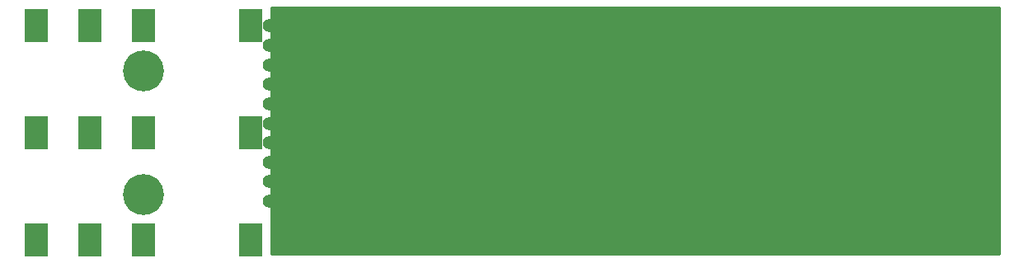
<source format=gbs>
G04 #@! TF.GenerationSoftware,KiCad,Pcbnew,6.0.0-rc1-unknown-7dfc4e3~65~ubuntu18.04.1*
G04 #@! TF.CreationDate,2018-08-22T16:39:41+05:30*
G04 #@! TF.ProjectId,1sqinch555,317371696E63683535352E6B69636164,rev?*
G04 #@! TF.SameCoordinates,Original*
G04 #@! TF.FileFunction,Soldermask,Bot*
G04 #@! TF.FilePolarity,Negative*
%FSLAX46Y46*%
G04 Gerber Fmt 4.6, Leading zero omitted, Abs format (unit mm)*
G04 Created by KiCad (PCBNEW 6.0.0-rc1-unknown-7dfc4e3~65~ubuntu18.04.1) date Wed Aug 22 16:39:41 2018*
%MOMM*%
%LPD*%
G01*
G04 APERTURE LIST*
%ADD10C,1.400000*%
%ADD11R,2.400000X3.400000*%
%ADD12C,4.200000*%
%ADD13R,2.400000X2.400000*%
%ADD14C,2.400000*%
%ADD15C,0.254000*%
G04 APERTURE END LIST*
D10*
G04 #@! TO.C,REF\002A\002A*
X63000000Y-51000000D03*
G04 #@! TD*
D11*
G04 #@! TO.C,J6*
X39000000Y-61000000D03*
G04 #@! TD*
G04 #@! TO.C,J8*
X50000000Y-50000000D03*
G04 #@! TD*
G04 #@! TO.C,J10*
X50000000Y-38999999D03*
G04 #@! TD*
G04 #@! TO.C,J12*
X61000000Y-61000000D03*
G04 #@! TD*
G04 #@! TO.C,J14*
X61000001Y-50000000D03*
G04 #@! TD*
G04 #@! TO.C,J16*
X61000000Y-39000000D03*
G04 #@! TD*
G04 #@! TO.C,J18*
X39000000Y-39000000D03*
G04 #@! TD*
G04 #@! TO.C,J20*
X38999999Y-50000000D03*
G04 #@! TD*
G04 #@! TO.C,J22*
X50000000Y-61000001D03*
G04 #@! TD*
G04 #@! TO.C,J24*
X44500000Y-50000000D03*
G04 #@! TD*
G04 #@! TO.C,J26*
X44500000Y-39000000D03*
G04 #@! TD*
G04 #@! TO.C,J28*
X44500000Y-61000000D03*
G04 #@! TD*
D12*
G04 #@! TO.C,BT1*
X50000000Y-43650000D03*
X50000000Y-56350000D03*
G04 #@! TD*
D13*
G04 #@! TO.C,J7*
X64500000Y-59500000D03*
G04 #@! TD*
G04 #@! TO.C,J9*
X75500000Y-59499999D03*
G04 #@! TD*
G04 #@! TO.C,J11*
X86500000Y-59500000D03*
G04 #@! TD*
G04 #@! TO.C,J13*
X89500000Y-59500000D03*
G04 #@! TD*
G04 #@! TO.C,J15*
X100500000Y-59499999D03*
G04 #@! TD*
G04 #@! TO.C,J17*
X111500000Y-59500000D03*
G04 #@! TD*
G04 #@! TO.C,J19*
X114500000Y-59500000D03*
G04 #@! TD*
G04 #@! TO.C,J21*
X125500000Y-59499999D03*
G04 #@! TD*
G04 #@! TO.C,J23*
X136500000Y-59500000D03*
G04 #@! TD*
G04 #@! TO.C,J25*
X81000000Y-59500000D03*
G04 #@! TD*
G04 #@! TO.C,J27*
X106000000Y-59500000D03*
G04 #@! TD*
G04 #@! TO.C,J29*
X131000000Y-59500000D03*
G04 #@! TD*
D14*
G04 #@! TO.C,J30*
X70000000Y-41000000D03*
G04 #@! TD*
G04 #@! TO.C,J31*
X81000000Y-41000000D03*
G04 #@! TD*
G04 #@! TO.C,J32*
X95000000Y-41000000D03*
G04 #@! TD*
G04 #@! TO.C,J33*
X106000000Y-41000000D03*
G04 #@! TD*
G04 #@! TO.C,J34*
X131000000Y-41000000D03*
G04 #@! TD*
G04 #@! TO.C,J35*
X120000000Y-41000000D03*
G04 #@! TD*
D10*
G04 #@! TO.C,REF\002A\002A*
X63000000Y-39000000D03*
G04 #@! TD*
G04 #@! TO.C,REF\002A\002A*
X63000000Y-41000000D03*
G04 #@! TD*
G04 #@! TO.C,REF\002A\002A*
X63000000Y-43000000D03*
G04 #@! TD*
G04 #@! TO.C,REF\002A\002A*
X63000000Y-45000000D03*
G04 #@! TD*
G04 #@! TO.C,REF\002A\002A*
X63000000Y-47000000D03*
G04 #@! TD*
G04 #@! TO.C,REF\002A\002A*
X63000000Y-49000000D03*
G04 #@! TD*
G04 #@! TO.C,REF\002A\002A*
X63000000Y-53000000D03*
G04 #@! TD*
G04 #@! TO.C,REF\002A\002A*
X63000000Y-55000000D03*
G04 #@! TD*
G04 #@! TO.C,REF\002A\002A*
X63000000Y-57000000D03*
G04 #@! TD*
G04 #@! TO.C,REF\002A\002A*
X88000000Y-39000000D03*
G04 #@! TD*
G04 #@! TO.C,REF\002A\002A*
X88000000Y-41000000D03*
G04 #@! TD*
G04 #@! TO.C,REF\002A\002A*
X88000000Y-43000000D03*
G04 #@! TD*
G04 #@! TO.C,REF\002A\002A*
X88000000Y-45000000D03*
G04 #@! TD*
G04 #@! TO.C,REF\002A\002A*
X88000000Y-47000000D03*
G04 #@! TD*
G04 #@! TO.C,REF\002A\002A*
X88000000Y-49000000D03*
G04 #@! TD*
G04 #@! TO.C,REF\002A\002A*
X88000000Y-51000000D03*
G04 #@! TD*
G04 #@! TO.C,REF\002A\002A*
X88000000Y-53000000D03*
G04 #@! TD*
G04 #@! TO.C,REF\002A\002A*
X88000000Y-55000000D03*
G04 #@! TD*
G04 #@! TO.C,REF\002A\002A*
X88000000Y-57000000D03*
G04 #@! TD*
G04 #@! TO.C,REF\002A\002A*
X113000000Y-39000000D03*
G04 #@! TD*
G04 #@! TO.C,REF\002A\002A*
X113000000Y-41000000D03*
G04 #@! TD*
G04 #@! TO.C,REF\002A\002A*
X113000000Y-43000000D03*
G04 #@! TD*
G04 #@! TO.C,REF\002A\002A*
X113000000Y-45000000D03*
G04 #@! TD*
G04 #@! TO.C,REF\002A\002A*
X113000000Y-47000000D03*
G04 #@! TD*
G04 #@! TO.C,REF\002A\002A*
X113000000Y-49000000D03*
G04 #@! TD*
G04 #@! TO.C,REF\002A\002A*
X113000000Y-51000000D03*
G04 #@! TD*
G04 #@! TO.C,REF\002A\002A*
X113000000Y-53000000D03*
G04 #@! TD*
G04 #@! TO.C,REF\002A\002A*
X113000000Y-55000000D03*
G04 #@! TD*
G04 #@! TO.C,REF\002A\002A*
X113000000Y-57000000D03*
G04 #@! TD*
D15*
G36*
X137873000Y-62373000D02*
X63127000Y-62373000D01*
X63127000Y-37127000D01*
X137873000Y-37127000D01*
X137873000Y-62373000D01*
X137873000Y-62373000D01*
G37*
X137873000Y-62373000D02*
X63127000Y-62373000D01*
X63127000Y-37127000D01*
X137873000Y-37127000D01*
X137873000Y-62373000D01*
M02*

</source>
